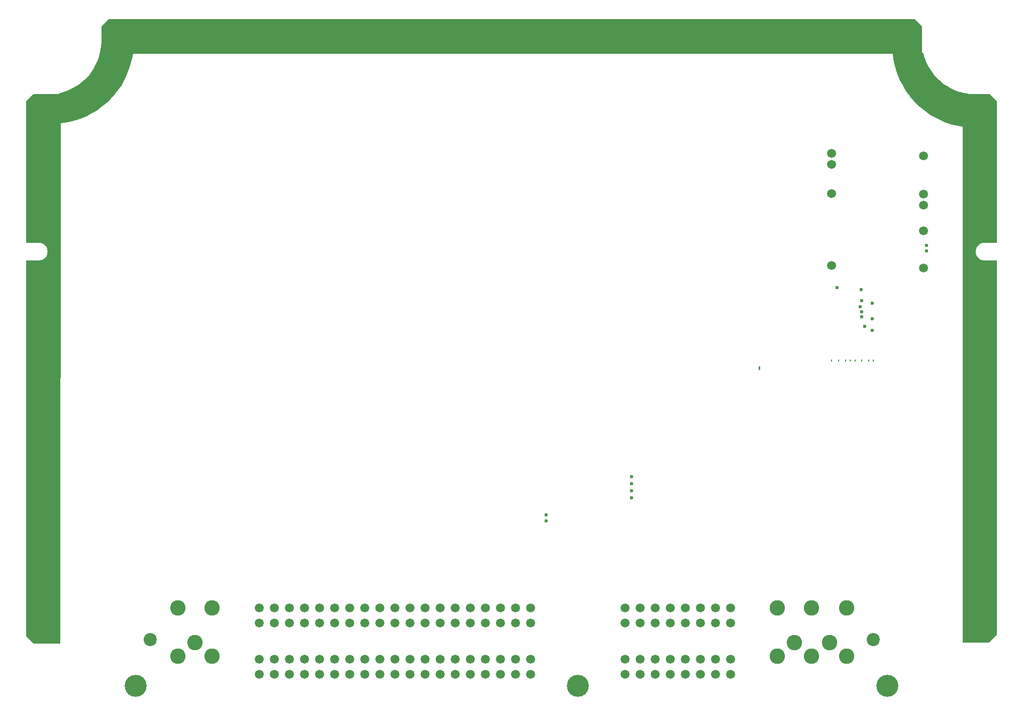
<source format=gts>
G04 #@! TF.GenerationSoftware,KiCad,Pcbnew,8.0.6-8.0.6-0~ubuntu22.04.1*
G04 #@! TF.CreationDate,2024-11-07T13:32:39+00:00*
G04 #@! TF.ProjectId,lowimp121,6c6f7769-6d70-4313-9231-2e6b69636164,d*
G04 #@! TF.SameCoordinates,PX754d4c0PYd09dc30*
G04 #@! TF.FileFunction,Soldermask,Top*
G04 #@! TF.FilePolarity,Negative*
%FSLAX46Y46*%
G04 Gerber Fmt 4.6, Leading zero omitted, Abs format (unit mm)*
G04 Created by KiCad (PCBNEW 8.0.6-8.0.6-0~ubuntu22.04.1) date 2024-11-07 13:32:39*
%MOMM*%
%LPD*%
G01*
G04 APERTURE LIST*
%ADD10C,3.700000*%
%ADD11C,2.200000*%
%ADD12C,2.600000*%
%ADD13C,1.500000*%
%ADD14C,0.600000*%
%ADD15O,0.200000X0.399999*%
%ADD16C,0.599999*%
G04 APERTURE END LIST*
D10*
G04 #@! TO.C,P2*
X146260000Y7210000D03*
D11*
X143810000Y15010000D03*
D10*
X94060000Y7210000D03*
D11*
X22010000Y15010000D03*
D10*
X19560000Y7210000D03*
D12*
X26660000Y12210000D03*
X32460000Y12210000D03*
X29560000Y14540000D03*
X26660000Y20340000D03*
X32460000Y20340000D03*
D13*
X86080000Y20340000D03*
X83540000Y20340000D03*
X81000000Y20340000D03*
X78460000Y20340000D03*
X75920000Y20340000D03*
X73380000Y20340000D03*
X70840000Y20340000D03*
X68300000Y20340000D03*
X65760000Y20340000D03*
X63220000Y20340000D03*
X60680000Y20340000D03*
X58140000Y20340000D03*
X55600000Y20340000D03*
X53060000Y20340000D03*
X50520000Y20340000D03*
X47980000Y20340000D03*
X45440000Y20340000D03*
X42900000Y20340000D03*
X40360000Y20340000D03*
X86080000Y17800000D03*
X83540000Y17800000D03*
X81000000Y17800000D03*
X78460000Y17800000D03*
X75920000Y17800000D03*
X73380000Y17800000D03*
X70840000Y17800000D03*
X68300000Y17800000D03*
X65760000Y17800000D03*
X63220000Y17800000D03*
X60680000Y17800000D03*
X58140000Y17800000D03*
X55600000Y17800000D03*
X53060000Y17800000D03*
X50520000Y17800000D03*
X47980000Y17800000D03*
X45440000Y17800000D03*
X42900000Y17800000D03*
X40360000Y17800000D03*
X86080000Y11750000D03*
X83540000Y11750000D03*
X81000000Y11750000D03*
X78460000Y11750000D03*
X75920000Y11750000D03*
X73380000Y11750000D03*
X70840000Y11750000D03*
X68300000Y11750000D03*
X65760000Y11750000D03*
X63220000Y11750000D03*
X60680000Y11750000D03*
X58140000Y11750000D03*
X55600000Y11750000D03*
X53060000Y11750000D03*
X50520000Y11750000D03*
X47980000Y11750000D03*
X45440000Y11750000D03*
X42900000Y11750000D03*
X40360000Y11750000D03*
X86080000Y9210000D03*
X83540000Y9210000D03*
X81000000Y9210000D03*
X78460000Y9210000D03*
X75920000Y9210000D03*
X73380000Y9210000D03*
X70840000Y9210000D03*
X68300000Y9210000D03*
X65760000Y9210000D03*
X63220000Y9210000D03*
X60680000Y9210000D03*
X58140000Y9210000D03*
X55600000Y9210000D03*
X53060000Y9210000D03*
X50520000Y9210000D03*
X47980000Y9210000D03*
X45440000Y9210000D03*
X42900000Y9210000D03*
X40360000Y9210000D03*
X102050000Y9210000D03*
X104590000Y9210000D03*
X107130000Y9210000D03*
X109670000Y9210000D03*
X112210000Y9210000D03*
X114750000Y9210000D03*
X117290000Y9210000D03*
X119830000Y9210000D03*
X102050000Y11750000D03*
X104590000Y11750000D03*
X107130000Y11750000D03*
X109670000Y11750000D03*
X112210000Y11750000D03*
X114750000Y11750000D03*
X117290000Y11750000D03*
X119830000Y11750000D03*
X102050000Y17800000D03*
X104590000Y17800000D03*
X107130000Y17800000D03*
X109670000Y17800000D03*
X112210000Y17800000D03*
X114750000Y17800000D03*
X117290000Y17800000D03*
X119830000Y17800000D03*
X102050000Y20340000D03*
X104590000Y20340000D03*
X107130000Y20340000D03*
X109670000Y20340000D03*
X112210000Y20340000D03*
X114750000Y20340000D03*
X117290000Y20340000D03*
X119830000Y20340000D03*
D12*
X127660000Y12210000D03*
X133460000Y12210000D03*
X139360000Y12210000D03*
X130560000Y14540000D03*
X136460000Y14540000D03*
X127660000Y20340000D03*
X133460000Y20340000D03*
X139360000Y20340000D03*
G04 #@! TD*
G04 #@! TO.C,M4*
G36*
G01*
X124759446Y60961111D02*
X124759446Y60511111D01*
G75*
G02*
X124634446Y60386111I-125000J0D01*
G01*
X124634446Y60386111D01*
G75*
G02*
X124509446Y60511111I0J125000D01*
G01*
X124509446Y60961111D01*
G75*
G02*
X124634446Y61086111I125000J0D01*
G01*
X124634446Y61086111D01*
G75*
G02*
X124759446Y60961111I0J-125000D01*
G01*
G37*
G04 #@! TD*
D13*
G04 #@! TO.C,M5*
X152349442Y96443355D03*
X152349442Y90043358D03*
X152349442Y88143355D03*
X152349442Y83843355D03*
D14*
X152799441Y81443358D03*
X152799441Y80443357D03*
D13*
X152349442Y77593355D03*
X136849445Y96893357D03*
X136849445Y95043358D03*
X136849445Y90093355D03*
X136849445Y78043357D03*
G04 #@! TD*
D15*
G04 #@! TO.C,M2*
X143874394Y61995027D03*
X143114415Y61995027D03*
X141939422Y61995027D03*
X140764435Y61995027D03*
X139924523Y61995027D03*
X139174451Y61995027D03*
X137999440Y61995027D03*
X136824443Y61995027D03*
D16*
X141864446Y72094634D03*
X143699456Y71669626D03*
X141649448Y71119629D03*
X141864443Y70244670D03*
X141939450Y69394647D03*
X143699456Y69069631D03*
X142389456Y67769664D03*
X143699456Y67119647D03*
X137774441Y74294650D03*
X141849447Y73994648D03*
G04 #@! TD*
D14*
G04 #@! TO.C,M1*
X103129446Y40093357D03*
X103129446Y38893357D03*
X103129446Y41293357D03*
X103129446Y42493357D03*
X88704446Y36033357D03*
X88704446Y35033357D03*
G04 #@! TD*
G36*
X152046191Y113993893D02*
G01*
X152082155Y113944393D01*
X152087000Y113913800D01*
X152087000Y113812801D01*
X152087001Y113812800D01*
X152209000Y113812800D01*
X152267191Y113793893D01*
X152303155Y113744393D01*
X152304627Y113739423D01*
X152437183Y113244716D01*
X152626544Y112686881D01*
X152851985Y112142618D01*
X152851990Y112142607D01*
X153112539Y111614265D01*
X153407089Y111104091D01*
X153407093Y111104084D01*
X153734383Y110614261D01*
X154092982Y110146925D01*
X154093010Y110146892D01*
X154481408Y109704007D01*
X154481427Y109703987D01*
X154897985Y109287429D01*
X154898005Y109287410D01*
X155340891Y108899011D01*
X155340924Y108898983D01*
X155808260Y108540384D01*
X156298079Y108213097D01*
X156298093Y108213088D01*
X156808269Y107918538D01*
X157336605Y107657992D01*
X157336616Y107657987D01*
X157880883Y107432543D01*
X158438709Y107243187D01*
X158904825Y107118291D01*
X158956139Y107084967D01*
X158968461Y107052866D01*
X158978287Y107043000D01*
X159078877Y107043000D01*
X159137068Y107024093D01*
X159173032Y106974593D01*
X159177876Y106943589D01*
X159154865Y101398127D01*
X159152292Y101376109D01*
X159139772Y101322284D01*
X159120490Y101282666D01*
X159093031Y101248526D01*
X159058480Y101221204D01*
X159053566Y101218862D01*
X158992902Y101210894D01*
X158939140Y101240106D01*
X158912816Y101295339D01*
X158911973Y101308232D01*
X158911973Y101395146D01*
X158083175Y101537225D01*
X158076503Y101538607D01*
X157157492Y101762151D01*
X157152180Y101763601D01*
X156333279Y102011752D01*
X156326451Y102014096D01*
X155682007Y102261960D01*
X155677675Y102263745D01*
X155056431Y102537092D01*
X155053262Y102538553D01*
X154332611Y102886453D01*
X154327115Y102889322D01*
X153533972Y103335465D01*
X153525901Y103340532D01*
X152706678Y103911506D01*
X152703050Y103914158D01*
X151958345Y104485098D01*
X151951551Y104490808D01*
X151331346Y105061397D01*
X151328371Y105064250D01*
X150632991Y105759630D01*
X150626941Y105766256D01*
X150007063Y106510110D01*
X150002775Y106515642D01*
X149555860Y107136357D01*
X149553829Y107139288D01*
X149106599Y107810133D01*
X149103220Y107815575D01*
X148730963Y108460820D01*
X148728781Y108464810D01*
X148356551Y109184455D01*
X148353347Y109191274D01*
X148005642Y110010864D01*
X148004083Y110014767D01*
X147631695Y111007802D01*
X147628494Y111017974D01*
X147380760Y111984136D01*
X147379164Y111991520D01*
X147230183Y112835748D01*
X147229545Y112839869D01*
X147129958Y113586766D01*
X147129695Y113588918D01*
X147118131Y113693000D01*
X147005834Y113693000D01*
X146947643Y113711907D01*
X146911679Y113761407D01*
X146907474Y113803236D01*
X146913581Y113856696D01*
X146928197Y113898261D01*
X146951566Y113935325D01*
X146982767Y113966430D01*
X147022399Y113991248D01*
X147058436Y114004956D01*
X147096628Y114011414D01*
X147113134Y114012800D01*
X151988000Y114012800D01*
X152046191Y113993893D01*
G37*
G36*
X158838578Y107136042D02*
G01*
X158904825Y107118291D01*
X158956140Y107084967D01*
X158968462Y107052866D01*
X158978287Y107043000D01*
X159237856Y107043000D01*
X159257170Y107041098D01*
X159585544Y106975781D01*
X159585550Y106975780D01*
X160169594Y106898889D01*
X160757432Y106860361D01*
X160757442Y106860360D01*
X161052022Y106858001D01*
X163456779Y106858001D01*
X163514970Y106839094D01*
X163526783Y106829005D01*
X164683004Y105672784D01*
X164710781Y105618267D01*
X164712000Y105602780D01*
X164712000Y81967001D01*
X164693093Y81908810D01*
X164643593Y81872846D01*
X164613000Y81868001D01*
X162612005Y81868001D01*
X162487916Y81865439D01*
X162243144Y81824594D01*
X162008420Y81744014D01*
X161790170Y81625902D01*
X161790167Y81625900D01*
X161594339Y81473481D01*
X161426259Y81290898D01*
X161290527Y81083143D01*
X161190842Y80855885D01*
X161129921Y80615314D01*
X161109429Y80368000D01*
X161129921Y80120687D01*
X161190842Y79880116D01*
X161290527Y79652858D01*
X161426259Y79445103D01*
X161594339Y79262520D01*
X161790167Y79110101D01*
X161790170Y79110099D01*
X162008420Y78991987D01*
X162243144Y78911407D01*
X162487917Y78870562D01*
X162612003Y78868001D01*
X164613000Y78868001D01*
X164671191Y78849094D01*
X164707155Y78799594D01*
X164712000Y78769001D01*
X164712000Y15932430D01*
X164693093Y15874239D01*
X164684892Y15864367D01*
X163416095Y14524178D01*
X163362359Y14494920D01*
X163343650Y14493243D01*
X159010028Y14517454D01*
X158951944Y14536686D01*
X158916257Y14586386D01*
X158911581Y14616452D01*
X158911973Y101395146D01*
X158794246Y101415328D01*
X158740087Y101443796D01*
X158713004Y101498661D01*
X158711974Y101512905D01*
X158711999Y107031845D01*
X158714481Y107053874D01*
X158716437Y107062444D01*
X158747819Y107114969D01*
X158804080Y107139016D01*
X158838578Y107136042D01*
G37*
G36*
X19101673Y113993045D02*
G01*
X19123691Y113990472D01*
X19177516Y113977952D01*
X19217134Y113958670D01*
X19251274Y113931211D01*
X19278600Y113896652D01*
X19298104Y113855719D01*
X19307699Y113815635D01*
X19308233Y113794501D01*
X19290802Y113735851D01*
X19242226Y113698648D01*
X19209265Y113693000D01*
X19094857Y113693000D01*
X18962575Y112921355D01*
X18961193Y112914683D01*
X18737649Y111995672D01*
X18736199Y111990360D01*
X18488048Y111171459D01*
X18485704Y111164631D01*
X18237840Y110520187D01*
X18236055Y110515855D01*
X17962708Y109894611D01*
X17961247Y109891442D01*
X17613347Y109170791D01*
X17610478Y109165295D01*
X17164335Y108372152D01*
X17159268Y108364081D01*
X16588294Y107544858D01*
X16585642Y107541230D01*
X16014702Y106796525D01*
X16008992Y106789731D01*
X15438403Y106169525D01*
X15435550Y106166550D01*
X14740170Y105471170D01*
X14733544Y105465120D01*
X13989690Y104845243D01*
X13984158Y104840955D01*
X13363443Y104394040D01*
X13360512Y104392009D01*
X12689667Y103944779D01*
X12684225Y103941400D01*
X12038980Y103569143D01*
X12034990Y103566961D01*
X11315345Y103194731D01*
X11308526Y103191527D01*
X10488936Y102843822D01*
X10485033Y102842263D01*
X9491998Y102469875D01*
X9481826Y102466674D01*
X8515664Y102218940D01*
X8508280Y102217344D01*
X7664052Y102068363D01*
X7659931Y102067725D01*
X6913098Y101968147D01*
X6910893Y101967879D01*
X6910653Y101967853D01*
X6910652Y101967852D01*
X6910620Y101855198D01*
X6891696Y101797012D01*
X6842186Y101761063D01*
X6822554Y101756832D01*
X6720173Y101745455D01*
X6698002Y101745489D01*
X6643103Y101751761D01*
X6601539Y101766377D01*
X6564475Y101789746D01*
X6533370Y101820947D01*
X6508552Y101860579D01*
X6494844Y101896616D01*
X6488386Y101934807D01*
X6487000Y101951313D01*
X6487000Y106794000D01*
X6505907Y106852191D01*
X6555407Y106888155D01*
X6586000Y106893000D01*
X6686999Y106893000D01*
X6687000Y106893001D01*
X6687000Y106983807D01*
X6705907Y107041998D01*
X6755407Y107077962D01*
X6766687Y107080905D01*
X6816225Y107090759D01*
X7385270Y107243233D01*
X7943102Y107432593D01*
X8487362Y107658033D01*
X8487373Y107658038D01*
X9015700Y107918580D01*
X9525879Y108213131D01*
X9525893Y108213140D01*
X10015687Y108540410D01*
X10015717Y108540431D01*
X10483043Y108899023D01*
X10483076Y108899051D01*
X10925959Y109287447D01*
X10925979Y109287466D01*
X11342534Y109704021D01*
X11342553Y109704041D01*
X11730949Y110146924D01*
X11730977Y110146957D01*
X12089569Y110614283D01*
X12089590Y110614313D01*
X12416860Y111104107D01*
X12416869Y111104121D01*
X12711420Y111614300D01*
X12971962Y112142627D01*
X12971967Y112142638D01*
X13197407Y112686898D01*
X13386767Y113244730D01*
X13539241Y113813775D01*
X13563540Y113935935D01*
X13593436Y113989319D01*
X13649001Y114014936D01*
X13661049Y114015621D01*
X19101673Y113993045D01*
G37*
G36*
X6922874Y107090518D02*
G01*
X6976745Y107078223D01*
X7016444Y107059105D01*
X7050700Y107031786D01*
X7078169Y106997341D01*
X7099684Y106952665D01*
X7108867Y106920782D01*
X7111377Y106898480D01*
X7111998Y106887381D01*
X7110682Y102081141D01*
X7091759Y102022955D01*
X7042249Y101987005D01*
X7024766Y101983036D01*
X6913098Y101968147D01*
X6910893Y101967879D01*
X6910652Y101967853D01*
X6910651Y101967852D01*
X6887000Y15542987D01*
X6887000Y14467002D01*
X6868093Y14408811D01*
X6818593Y14372847D01*
X6788000Y14368002D01*
X2367221Y14368001D01*
X2309030Y14386908D01*
X2297217Y14396997D01*
X1132281Y15561933D01*
X1104504Y15616450D01*
X1103285Y15631946D01*
X1109315Y78769009D01*
X1128228Y78827198D01*
X1177731Y78863158D01*
X1208315Y78868000D01*
X3212021Y78868000D01*
X3336103Y78870405D01*
X3580934Y78911232D01*
X3580936Y78911232D01*
X3815696Y78991798D01*
X3815697Y78991799D01*
X4033996Y79109910D01*
X4229878Y79262346D01*
X4229883Y79262351D01*
X4397998Y79444949D01*
X4533764Y79652733D01*
X4633476Y79880031D01*
X4633478Y79880036D01*
X4694412Y80120642D01*
X4694413Y80120648D01*
X4714911Y80368000D01*
X4694413Y80615353D01*
X4694412Y80615359D01*
X4633478Y80855965D01*
X4633476Y80855970D01*
X4533764Y81083268D01*
X4397998Y81291052D01*
X4229883Y81473650D01*
X4229878Y81473655D01*
X4033996Y81626091D01*
X3815697Y81744202D01*
X3815696Y81744203D01*
X3580935Y81824769D01*
X3336103Y81865596D01*
X3212021Y81868000D01*
X1208620Y81868000D01*
X1150429Y81886907D01*
X1114465Y81936407D01*
X1109620Y81967009D01*
X1111876Y105602666D01*
X1130789Y105660855D01*
X1140873Y105672661D01*
X2297219Y106829004D01*
X2351735Y106856781D01*
X2367222Y106858000D01*
X4771962Y106858000D01*
X5066562Y106860411D01*
X5560545Y106892788D01*
X5567020Y106893000D01*
X6686999Y106893000D01*
X6687000Y106893001D01*
X6687000Y106983807D01*
X6705907Y107041998D01*
X6755407Y107077962D01*
X6766687Y107080905D01*
X6817824Y107091076D01*
X6817885Y107090767D01*
X6837231Y107093000D01*
X6900846Y107093000D01*
X6922874Y107090518D01*
G37*
G36*
X150796564Y119518234D02*
G01*
X150854751Y119499316D01*
X150866550Y119489238D01*
X152023004Y118332784D01*
X152050781Y118278267D01*
X152052000Y118262780D01*
X152052000Y115858024D01*
X152054358Y115563444D01*
X152054359Y115563434D01*
X152086788Y115068672D01*
X152087000Y115062197D01*
X152087000Y113812801D01*
X152087001Y113812800D01*
X152188000Y113812800D01*
X152246191Y113793893D01*
X152282155Y113744393D01*
X152287000Y113713800D01*
X152287000Y113704155D01*
X152284518Y113682125D01*
X152272222Y113628253D01*
X152253104Y113588556D01*
X152225785Y113554300D01*
X152191341Y113526832D01*
X152146660Y113505314D01*
X152114789Y113496132D01*
X152092522Y113493623D01*
X152081437Y113493000D01*
X147229138Y113493000D01*
X147170947Y113511907D01*
X147134983Y113561407D01*
X147131009Y113578899D01*
X147129961Y113586749D01*
X147129695Y113588918D01*
X147118131Y113693000D01*
X19094857Y113693000D01*
X19074675Y113575272D01*
X19046207Y113521113D01*
X18991342Y113494030D01*
X18977098Y113493000D01*
X13582311Y113493000D01*
X13524120Y113511907D01*
X13488156Y113561407D01*
X13486684Y113617623D01*
X13539241Y113813772D01*
X13654168Y114391553D01*
X13654169Y114391559D01*
X13731061Y114975615D01*
X13769589Y115563438D01*
X13772000Y115858039D01*
X13772000Y118262779D01*
X13790907Y118320970D01*
X13800996Y118332783D01*
X14981926Y119513714D01*
X15036443Y119541491D01*
X15051948Y119542710D01*
X150796564Y119518234D01*
G37*
M02*

</source>
